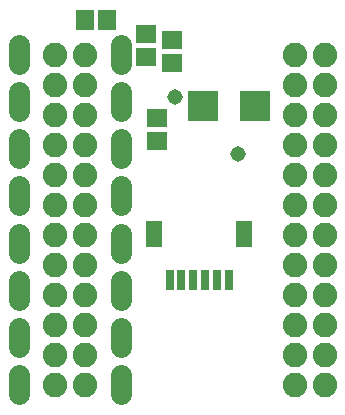
<source format=gts>
G75*
%MOIN*%
%OFA0B0*%
%FSLAX25Y25*%
%IPPOS*%
%LPD*%
%AMOC8*
5,1,8,0,0,1.08239X$1,22.5*
%
%ADD10R,0.06706X0.05918*%
%ADD11C,0.07137*%
%ADD12C,0.08200*%
%ADD13R,0.03162X0.06902*%
%ADD14R,0.05524X0.08674*%
%ADD15R,0.05918X0.06706*%
%ADD16R,0.10249X0.10249*%
%ADD17C,0.05162*%
D10*
X0291000Y0309760D03*
X0291000Y0317240D03*
X0296000Y0335760D03*
X0296000Y0343240D03*
X0287500Y0345240D03*
X0287500Y0337760D03*
D11*
X0245071Y0231550D02*
X0245071Y0225213D01*
X0245071Y0240961D02*
X0245071Y0247298D01*
X0245071Y0256709D02*
X0245071Y0263046D01*
X0245071Y0272457D02*
X0245071Y0278794D01*
X0245071Y0288206D02*
X0245071Y0294543D01*
X0245071Y0303954D02*
X0245071Y0310291D01*
X0245071Y0319702D02*
X0245071Y0326039D01*
X0245071Y0335450D02*
X0245071Y0341787D01*
X0278929Y0341787D02*
X0278929Y0335450D01*
X0278929Y0326039D02*
X0278929Y0319702D01*
X0278929Y0310291D02*
X0278929Y0303954D01*
X0278929Y0294543D02*
X0278929Y0288206D01*
X0278929Y0278794D02*
X0278929Y0272457D01*
X0278929Y0263046D02*
X0278929Y0256709D01*
X0278929Y0247298D02*
X0278929Y0240961D01*
X0278929Y0231550D02*
X0278929Y0225213D01*
D12*
X0267000Y0228500D03*
X0267000Y0238500D03*
X0267000Y0248500D03*
X0257000Y0248500D03*
X0257000Y0238500D03*
X0257000Y0228500D03*
X0257000Y0258500D03*
X0257000Y0268500D03*
X0267000Y0268500D03*
X0267000Y0258500D03*
X0267000Y0278500D03*
X0267000Y0288500D03*
X0267000Y0298500D03*
X0257000Y0298500D03*
X0257000Y0288500D03*
X0257000Y0278500D03*
X0257000Y0308500D03*
X0257000Y0318500D03*
X0267000Y0318500D03*
X0267000Y0308500D03*
X0267000Y0328500D03*
X0267000Y0338500D03*
X0257000Y0338500D03*
X0257000Y0328500D03*
X0337000Y0328500D03*
X0337000Y0338500D03*
X0347000Y0338500D03*
X0347000Y0328500D03*
X0347000Y0318500D03*
X0347000Y0308500D03*
X0337000Y0308500D03*
X0337000Y0318500D03*
X0337000Y0298500D03*
X0337000Y0288500D03*
X0337000Y0278500D03*
X0347000Y0278500D03*
X0347000Y0288500D03*
X0347000Y0298500D03*
X0347000Y0268500D03*
X0347000Y0258500D03*
X0337000Y0258500D03*
X0337000Y0268500D03*
X0337000Y0248500D03*
X0337000Y0238500D03*
X0337000Y0228500D03*
X0347000Y0228500D03*
X0347000Y0238500D03*
X0347000Y0248500D03*
D13*
X0315000Y0263500D03*
X0311063Y0263500D03*
X0307126Y0263500D03*
X0303189Y0263500D03*
X0299252Y0263500D03*
X0295315Y0263500D03*
D14*
X0290197Y0278559D03*
X0320118Y0278559D03*
D15*
X0274490Y0350000D03*
X0267010Y0350000D03*
D16*
X0306339Y0321500D03*
X0323661Y0321500D03*
D17*
X0318000Y0305500D03*
X0297000Y0324500D03*
M02*

</source>
